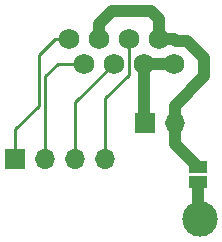
<source format=gtl>
G04 #@! TF.GenerationSoftware,KiCad,Pcbnew,(5.1.5)-3*
G04 #@! TF.CreationDate,2020-02-26T13:13:57-08:00*
G04 #@! TF.ProjectId,NeutrikEthercon,4e657574-7269-46b4-9574-686572636f6e,rev?*
G04 #@! TF.SameCoordinates,Original*
G04 #@! TF.FileFunction,Copper,L1,Top*
G04 #@! TF.FilePolarity,Positive*
%FSLAX46Y46*%
G04 Gerber Fmt 4.6, Leading zero omitted, Abs format (unit mm)*
G04 Created by KiCad (PCBNEW (5.1.5)-3) date 2020-02-26 13:13:57*
%MOMM*%
%LPD*%
G04 APERTURE LIST*
%ADD10C,3.000000*%
%ADD11R,1.500000X1.000000*%
%ADD12O,1.700000X1.700000*%
%ADD13R,1.700000X1.700000*%
%ADD14C,1.750000*%
%ADD15C,0.250000*%
%ADD16C,1.000000*%
G04 APERTURE END LIST*
D10*
X141600000Y-125550000D03*
D11*
X141500000Y-122500000D03*
X141500000Y-121200000D03*
D12*
X139540000Y-117500000D03*
D13*
X137000000Y-117500000D03*
D12*
X133620000Y-120500000D03*
X131080000Y-120500000D03*
X128540000Y-120500000D03*
D13*
X126000000Y-120500000D03*
D14*
X138180000Y-110320000D03*
X135630000Y-110320000D03*
X133100000Y-110320000D03*
X131820000Y-112430000D03*
X134350000Y-112440000D03*
X136900000Y-112460000D03*
X139440000Y-112460000D03*
X130560000Y-110350000D03*
D15*
X141540000Y-125490000D02*
X141600000Y-125550000D01*
D16*
X139540000Y-119240000D02*
X141500000Y-121200000D01*
X139540000Y-117500000D02*
X139540000Y-119240000D01*
X141500000Y-125450000D02*
X141600000Y-125550000D01*
X141500000Y-122500000D02*
X141500000Y-125450000D01*
X136900000Y-112460000D02*
X139440000Y-112460000D01*
X136900000Y-117400000D02*
X137000000Y-117500000D01*
X136900000Y-112460000D02*
X136900000Y-117400000D01*
X137500000Y-108000000D02*
X138180000Y-108680000D01*
X134182564Y-108000000D02*
X137500000Y-108000000D01*
X138180000Y-108680000D02*
X138180000Y-110320000D01*
X133100000Y-110320000D02*
X133100000Y-109082564D01*
X133100000Y-109082564D02*
X134182564Y-108000000D01*
X139500000Y-116000000D02*
X139540000Y-116040000D01*
X139597436Y-110500000D02*
X140500000Y-110500000D01*
X142000000Y-113500000D02*
X139500000Y-116000000D01*
X142000000Y-112000000D02*
X142000000Y-113500000D01*
X140500000Y-110500000D02*
X142000000Y-112000000D01*
X138180000Y-110320000D02*
X139417436Y-110320000D01*
X139417436Y-110320000D02*
X139597436Y-110500000D01*
X139540000Y-116040000D02*
X139540000Y-117500000D01*
D15*
X126000000Y-118000000D02*
X126000000Y-120500000D01*
X128000000Y-111672564D02*
X128000000Y-116000000D01*
X128000000Y-116000000D02*
X126000000Y-118000000D01*
X130560000Y-110350000D02*
X129322564Y-110350000D01*
X129322564Y-110350000D02*
X128000000Y-111672564D01*
X131820000Y-112430000D02*
X129570000Y-112430000D01*
X128540000Y-113460000D02*
X128540000Y-120500000D01*
X129570000Y-112430000D02*
X128540000Y-113460000D01*
X131080000Y-115710000D02*
X131080000Y-120500000D01*
X134350000Y-112440000D02*
X131080000Y-115710000D01*
X135630000Y-110320000D02*
X135630000Y-113370000D01*
X133620000Y-115380000D02*
X133620000Y-120500000D01*
X135630000Y-113370000D02*
X133620000Y-115380000D01*
M02*

</source>
